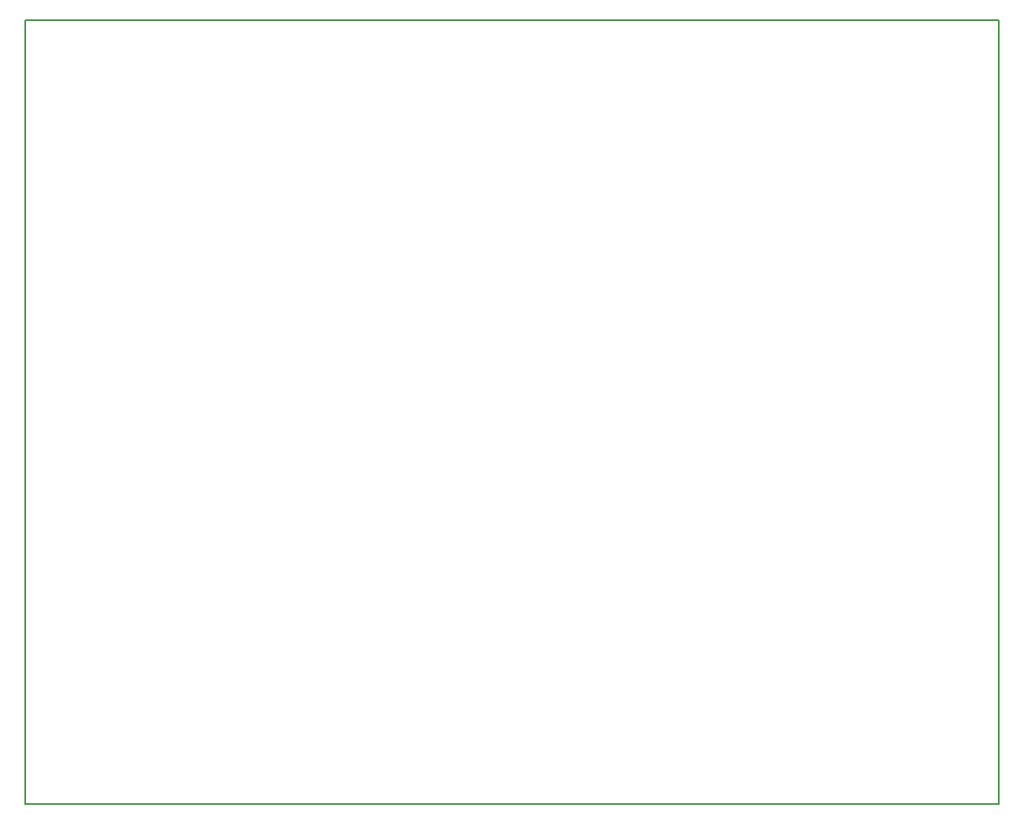
<source format=gbr>
%TF.GenerationSoftware,KiCad,Pcbnew,(6.0.5)*%
%TF.CreationDate,2022-06-01T16:47:28+02:00*%
%TF.ProjectId,odb,6f64622e-6b69-4636-9164-5f7063625858,3*%
%TF.SameCoordinates,Original*%
%TF.FileFunction,Profile,NP*%
%FSLAX46Y46*%
G04 Gerber Fmt 4.6, Leading zero omitted, Abs format (unit mm)*
G04 Created by KiCad (PCBNEW (6.0.5)) date 2022-06-01 16:47:28*
%MOMM*%
%LPD*%
G01*
G04 APERTURE LIST*
%TA.AperFunction,Profile*%
%ADD10C,0.200000*%
%TD*%
G04 APERTURE END LIST*
D10*
X100203000Y-56769000D02*
X198247000Y-56769000D01*
X198247000Y-56769000D02*
X198247000Y-135769000D01*
X198247000Y-135769000D02*
X100203000Y-135769000D01*
X100203000Y-135769000D02*
X100203000Y-56769000D01*
M02*

</source>
